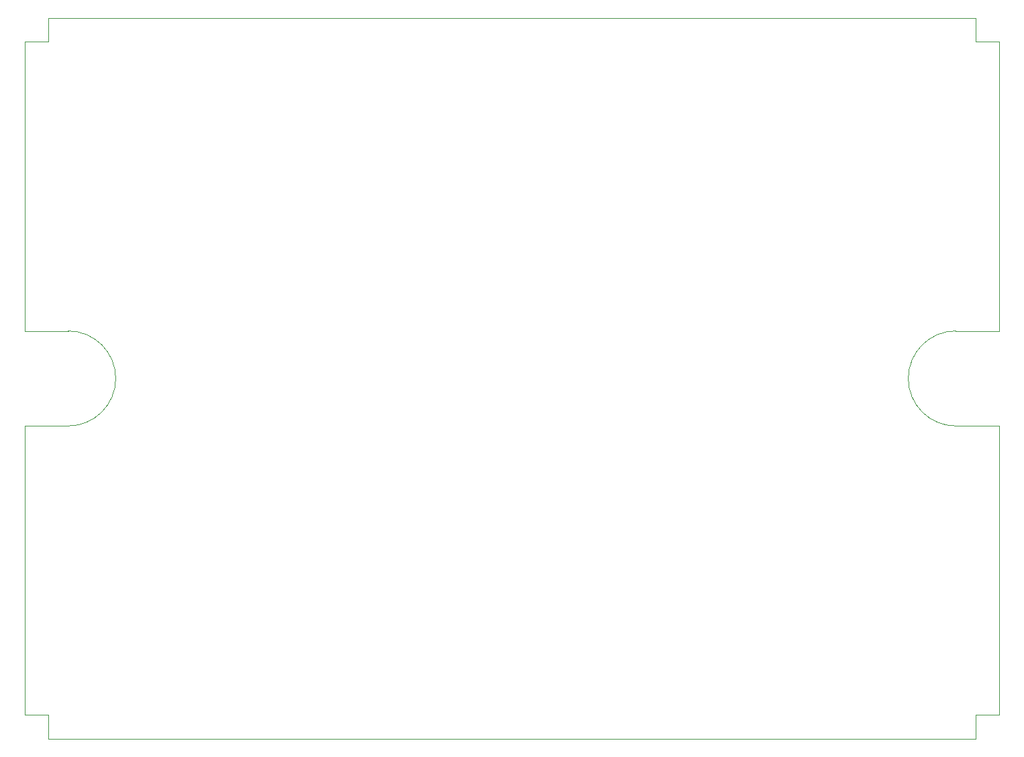
<source format=gm1>
G04 #@! TF.GenerationSoftware,KiCad,Pcbnew,(5.1.4)-1*
G04 #@! TF.CreationDate,2019-09-16T22:16:00+02:00*
G04 #@! TF.ProjectId,BBMini,42424d69-6e69-42e6-9b69-6361645f7063,V1.0*
G04 #@! TF.SameCoordinates,PXe4e1c0PY6516e80*
G04 #@! TF.FileFunction,Profile,NP*
%FSLAX46Y46*%
G04 Gerber Fmt 4.6, Leading zero omitted, Abs format (unit mm)*
G04 Created by KiCad (PCBNEW (5.1.4)-1) date 2019-09-16 22:16:00*
%MOMM*%
%LPD*%
G04 APERTURE LIST*
%ADD10C,0.050000*%
G04 APERTURE END LIST*
D10*
X120000000Y3000000D02*
X123000000Y3000000D01*
X120000000Y0D02*
X120000000Y3000000D01*
X3000000Y3000000D02*
X3000000Y0D01*
X0Y3000000D02*
X3000000Y3000000D01*
X120000000Y88000000D02*
X123000000Y88000000D01*
X120000000Y91000000D02*
X120000000Y88000000D01*
X3000000Y88000000D02*
X0Y88000000D01*
X3000000Y91000000D02*
X3000000Y88000000D01*
X123000000Y51500000D02*
X123000000Y88000000D01*
X117500000Y51500000D02*
X123000000Y51500000D01*
X123000000Y39500000D02*
X117500000Y39500000D01*
X123000000Y3000000D02*
X123000000Y39500000D01*
X117500000Y39500000D02*
G75*
G02X117500000Y51500000I0J6000000D01*
G01*
X0Y39500000D02*
X5500000Y39500000D01*
X0Y3000000D02*
X0Y39500000D01*
X0Y51500000D02*
X0Y88000000D01*
X5500000Y51500000D02*
X0Y51500000D01*
X5500000Y51500000D02*
G75*
G02X5500000Y39500000I0J-6000000D01*
G01*
X3000000Y0D02*
X120000000Y0D01*
X3000000Y91000000D02*
X120000000Y91000000D01*
M02*

</source>
